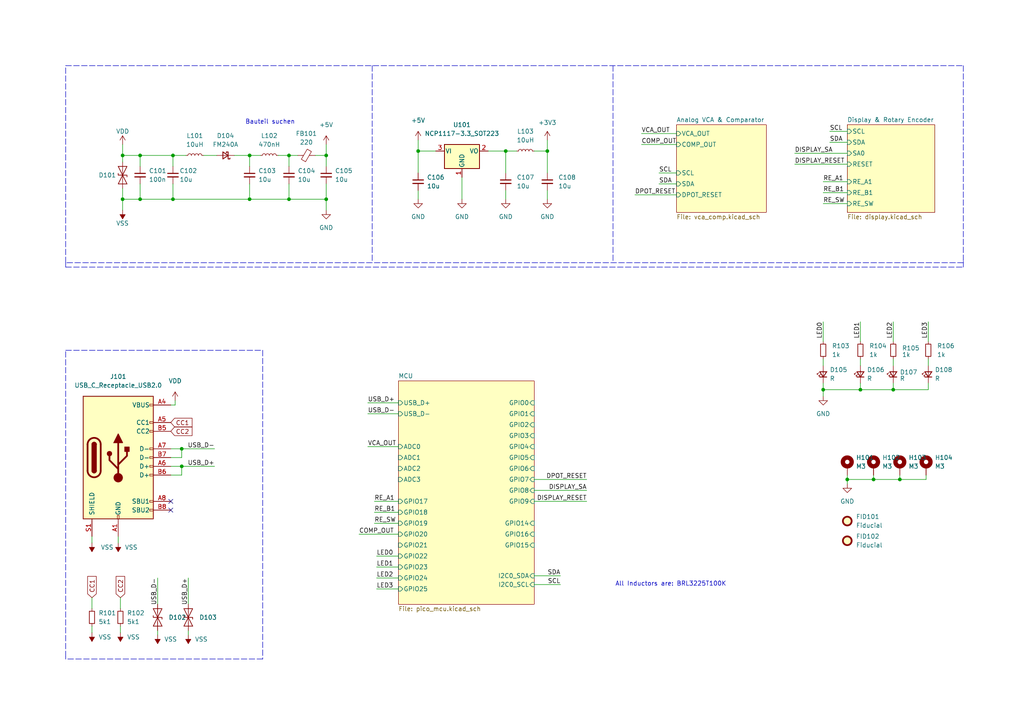
<source format=kicad_sch>
(kicad_sch (version 20211123) (generator eeschema)
  (paper "A4")
  (lib_symbols
    (symbol "Connector:USB_C_Receptacle_USB2.0" (pin_names (offset 1.016))
      (property "Reference" "J" (at -10.16 19.05 0))
      (property "Value" "USB_C_Receptacle_USB2.0" (at 19.05 19.05 0))
      (symbol "USB_C_Receptacle_USB2.0_0_0"
        (rectangle (start -0.254 -17.78) (end 0.254 -16.764))
        (rectangle (start 10.16 -14.986) (end 9.144 -15.494))
        (rectangle (start 10.16 -12.446) (end 9.144 -12.954))
        (rectangle (start 10.16 -4.826) (end 9.144 -5.334))
        (rectangle (start 10.16 -2.286) (end 9.144 -2.794))
        (rectangle (start 10.16 0.254) (end 9.144 -0.254))
        (rectangle (start 10.16 2.794) (end 9.144 2.286))
        (rectangle (start 10.16 7.874) (end 9.144 7.366))
        (rectangle (start 10.16 10.414) (end 9.144 9.906))
        (rectangle (start 10.16 15.494) (end 9.144 14.986))
      )
      (symbol "USB_C_Receptacle_USB2.0_0_1"
        (rectangle (start -10.16 17.78) (end 10.16 -17.78) (stroke (width 0.254)) (fill (type background)))
        (arc (start -8.89 -3.81) (mid -6.985 -5.715) (end -5.08 -3.81) (stroke (width 0.508)))
        (arc (start -7.62 -3.81) (mid -6.985 -4.445) (end -6.35 -3.81) (stroke (width 0.254)))
        (arc (start -7.62 -3.81) (mid -6.985 -4.445) (end -6.35 -3.81) (stroke (width 0.254)) (fill (type outline)))
        (rectangle (start -7.62 -3.81) (end -6.35 3.81) (stroke (width 0.254)) (fill (type outline)))
        (arc (start -6.35 3.81) (mid -6.985 4.445) (end -7.62 3.81) (stroke (width 0.254)))
        (arc (start -6.35 3.81) (mid -6.985 4.445) (end -7.62 3.81) (stroke (width 0.254)) (fill (type outline)))
        (arc (start -5.08 3.81) (mid -6.985 5.715) (end -8.89 3.81) (stroke (width 0.508)))
        (circle (center -2.54 1.143) (radius 0.635) (stroke (width 0.254)) (fill (type outline)))
        (circle (center 0 -5.842) (radius 1.27) (fill (type outline)))
        (polyline (pts (xy -8.89 -3.81) (xy -8.89 3.81)) (stroke (width 0.508)))
        (polyline (pts (xy -5.08 3.81) (xy -5.08 -3.81)) (stroke (width 0.508)))
        (polyline (pts (xy 0 -5.842) (xy 0 4.318)) (stroke (width 0.508)))
        (polyline (pts (xy 0 -3.302) (xy -2.54 -0.762) (xy -2.54 0.508)) (stroke (width 0.508)))
        (polyline (pts (xy 0 -2.032) (xy 2.54 0.508) (xy 2.54 1.778)) (stroke (width 0.508)))
        (polyline (pts (xy -1.27 4.318) (xy 0 6.858) (xy 1.27 4.318) (xy -1.27 4.318)) (stroke (width 0.254)) (fill (type outline)))
        (rectangle (start 1.905 1.778) (end 3.175 3.048) (stroke (width 0.254)) (fill (type outline)))
      )
      (symbol "USB_C_Receptacle_USB2.0_1_1"
        (pin passive line (at 0 -22.86 90) (length 5.08) (name "GND") (number "A1"))
        (pin passive line (at 0 -22.86 90) (length 5.08) hide (name "GND") (number "A12"))
        (pin passive line (at 15.24 15.24 180) (length 5.08) (name "VBUS") (number "A4"))
        (pin bidirectional line (at 15.24 10.16 180) (length 5.08) (name "CC1") (number "A5"))
        (pin bidirectional line (at 15.24 -2.54 180) (length 5.08) (name "D+") (number "A6"))
        (pin bidirectional line (at 15.24 2.54 180) (length 5.08) (name "D-") (number "A7"))
        (pin bidirectional line (at 15.24 -12.7 180) (length 5.08) (name "SBU1") (number "A8"))
        (pin passive line (at 15.24 15.24 180) (length 5.08) hide (name "VBUS") (number "A9"))
        (pin passive line (at 0 -22.86 90) (length 5.08) hide (name "GND") (number "B1"))
        (pin passive line (at 0 -22.86 90) (length 5.08) hide (name "GND") (number "B12"))
        (pin passive line (at 15.24 15.24 180) (length 5.08) hide (name "VBUS") (number "B4"))
        (pin bidirectional line (at 15.24 7.62 180) (length 5.08) (name "CC2") (number "B5"))
        (pin bidirectional line (at 15.24 -5.08 180) (length 5.08) (name "D+") (number "B6"))
        (pin bidirectional line (at 15.24 0 180) (length 5.08) (name "D-") (number "B7"))
        (pin bidirectional line (at 15.24 -15.24 180) (length 5.08) (name "SBU2") (number "B8"))
        (pin passive line (at 15.24 15.24 180) (length 5.08) hide (name "VBUS") (number "B9"))
        (pin passive line (at -7.62 -22.86 90) (length 5.08) (name "SHIELD") (number "S1"))
      )
    )
    (symbol "Device:C_Small" (pin_numbers hide) (pin_names (offset 0.254) hide)
      (property "Reference" "C" (at 0.254 1.778 0))
      (property "Value" "C_Small" (at 0.254 -2.032 0))
      (symbol "C_Small_0_1"
        (polyline (pts (xy -1.524 -0.508) (xy 1.524 -0.508)) (stroke (width 0.3302)))
        (polyline (pts (xy -1.524 0.508) (xy 1.524 0.508)) (stroke (width 0.3048)))
      )
      (symbol "C_Small_1_1"
        (pin passive line (at 0 2.54 270) (length 2.032) (name "~") (number "1"))
        (pin passive line (at 0 -2.54 90) (length 2.032) (name "~") (number "2"))
      )
    )
    (symbol "Device:D_Schottky_Small" (pin_numbers hide) (pin_names (offset 0.254) hide)
      (property "Reference" "D" (at -1.27 2.032 0))
      (property "Value" "D_Schottky_Small" (at -7.112 -2.032 0))
      (symbol "D_Schottky_Small_0_1"
        (polyline (pts (xy -0.762 0) (xy 0.762 0)))
        (polyline (pts (xy 0.762 -1.016) (xy -0.762 0) (xy 0.762 1.016) (xy 0.762 -1.016)) (stroke (width 0.254)))
        (polyline (pts (xy -1.27 0.762) (xy -1.27 1.016) (xy -0.762 1.016) (xy -0.762 -1.016) (xy -0.254 -1.016) (xy -0.254 -0.762)) (stroke (width 0.254)))
      )
      (symbol "D_Schottky_Small_1_1"
        (pin passive line (at -2.54 0 0) (length 1.778) (name "K") (number "1"))
        (pin passive line (at 2.54 0 180) (length 1.778) (name "A") (number "2"))
      )
    )
    (symbol "Device:FerriteBead_Small" (pin_numbers hide) (pin_names (offset 0))
      (property "Reference" "FB" (at 1.905 1.27 0))
      (property "Value" "FerriteBead_Small" (at 1.905 -1.27 0))
      (symbol "FerriteBead_Small_0_1"
        (polyline (pts (xy 0 -1.27) (xy 0 -0.7874)))
        (polyline (pts (xy 0 0.889) (xy 0 1.2954)))
        (polyline (pts (xy -1.8288 0.2794) (xy -1.1176 1.4986) (xy 1.8288 -0.2032) (xy 1.1176 -1.4224) (xy -1.8288 0.2794)))
      )
      (symbol "FerriteBead_Small_1_1"
        (pin passive line (at 0 2.54 270) (length 1.27) (name "~") (number "1"))
        (pin passive line (at 0 -2.54 90) (length 1.27) (name "~") (number "2"))
      )
    )
    (symbol "Device:LED_Small" (pin_numbers hide) (pin_names (offset 0.254) hide)
      (property "Reference" "D" (at -1.27 3.175 0))
      (property "Value" "LED_Small" (at -4.445 -2.54 0))
      (symbol "LED_Small_0_1"
        (polyline (pts (xy -0.762 -1.016) (xy -0.762 1.016)) (stroke (width 0.254)))
        (polyline (pts (xy 1.016 0) (xy -0.762 0)))
        (polyline (pts (xy 0.762 -1.016) (xy -0.762 0) (xy 0.762 1.016) (xy 0.762 -1.016)) (stroke (width 0.254)))
        (polyline (pts (xy 0 0.762) (xy -0.508 1.27) (xy -0.254 1.27) (xy -0.508 1.27) (xy -0.508 1.016)))
        (polyline (pts (xy 0.508 1.27) (xy 0 1.778) (xy 0.254 1.778) (xy 0 1.778) (xy 0 1.524)))
      )
      (symbol "LED_Small_1_1"
        (pin passive line (at -2.54 0 0) (length 1.778) (name "K") (number "1"))
        (pin passive line (at 2.54 0 180) (length 1.778) (name "A") (number "2"))
      )
    )
    (symbol "Device:L_Small" (pin_numbers hide) (pin_names (offset 0.254) hide)
      (property "Reference" "L" (at 0.762 1.016 0))
      (property "Value" "L_Small" (at 0.762 -1.016 0))
      (symbol "L_Small_0_1"
        (arc (start 0 -2.032) (mid 0.508 -1.524) (end 0 -1.016))
        (arc (start 0 -1.016) (mid 0.508 -0.508) (end 0 0))
        (arc (start 0 0) (mid 0.508 0.508) (end 0 1.016))
        (arc (start 0 1.016) (mid 0.508 1.524) (end 0 2.032))
      )
      (symbol "L_Small_1_1"
        (pin passive line (at 0 2.54 270) (length 0.508) (name "~") (number "1"))
        (pin passive line (at 0 -2.54 90) (length 0.508) (name "~") (number "2"))
      )
    )
    (symbol "Device:R_Small" (pin_numbers hide) (pin_names (offset 0.254) hide)
      (property "Reference" "R" (at 0.762 0.508 0))
      (property "Value" "R_Small" (at 0.762 -1.016 0))
      (symbol "R_Small_0_1"
        (rectangle (start -0.762 1.778) (end 0.762 -1.778) (stroke (width 0.2032)))
      )
      (symbol "R_Small_1_1"
        (pin passive line (at 0 2.54 270) (length 0.762) (name "~") (number "1"))
        (pin passive line (at 0 -2.54 90) (length 0.762) (name "~") (number "2"))
      )
    )
    (symbol "Diode:ESD9B5.0ST5G" (pin_numbers hide) (pin_names (offset 1.016) hide)
      (property "Reference" "D" (at 0 2.54 0))
      (property "Value" "ESD9B5.0ST5G" (at 0 -2.54 0))
      (symbol "ESD9B5.0ST5G_0_1"
        (polyline (pts (xy 1.27 0) (xy -1.27 0)))
        (polyline (pts (xy -2.54 -1.27) (xy 0 0) (xy -2.54 1.27) (xy -2.54 -1.27)) (stroke (width 0.2032)))
        (polyline (pts (xy 0.508 1.27) (xy 0 1.27) (xy 0 -1.27) (xy -0.508 -1.27)) (stroke (width 0.2032)))
        (polyline (pts (xy 2.54 1.27) (xy 2.54 -1.27) (xy 0 0) (xy 2.54 1.27)) (stroke (width 0.2032)))
      )
      (symbol "ESD9B5.0ST5G_1_1"
        (pin passive line (at -3.81 0 0) (length 2.54) (name "A1") (number "1"))
        (pin passive line (at 3.81 0 180) (length 2.54) (name "A2") (number "2"))
      )
    )
    (symbol "Mechanical:Fiducial"
      (property "Reference" "FID" (at 0 5.08 0))
      (property "Value" "Fiducial" (at 0 3.175 0))
      (symbol "Fiducial_0_1"
        (circle (center 0 0) (radius 1.27) (stroke (width 0.508)) (fill (type background)))
      )
    )
    (symbol "Mechanical:MountingHole_Pad" (pin_numbers hide) (pin_names (offset 1.016) hide)
      (property "Reference" "H" (at 0 6.35 0))
      (property "Value" "MountingHole_Pad" (at 0 4.445 0))
      (symbol "MountingHole_Pad_0_1"
        (circle (center 0 1.27) (radius 1.27) (stroke (width 1.27)))
      )
      (symbol "MountingHole_Pad_1_1"
        (pin input line (at 0 -2.54 90) (length 2.54) (name "1") (number "1"))
      )
    )
    (symbol "Regulator_Linear:NCP1117-3.3_SOT223" (pin_names (offset 0.254))
      (property "Reference" "U" (at -3.81 3.175 0))
      (property "Value" "NCP1117-3.3_SOT223" (at 0 3.175 0))
      (symbol "NCP1117-3.3_SOT223_0_1"
        (rectangle (start -5.08 -5.08) (end 5.08 1.905) (stroke (width 0.254)) (fill (type background)))
      )
      (symbol "NCP1117-3.3_SOT223_1_1"
        (pin power_in line (at 0 -7.62 90) (length 2.54) (name "GND") (number "1"))
        (pin power_out line (at 7.62 0 180) (length 2.54) (name "VO") (number "2"))
        (pin power_in line (at -7.62 0 0) (length 2.54) (name "VI") (number "3"))
      )
    )
    (symbol "power:+3V3" (power) (pin_names (offset 0))
      (property "Value" "+3V3" (at 0 3.556 0))
      (symbol "+3V3_0_1"
        (polyline (pts (xy -0.762 1.27) (xy 0 2.54)))
        (polyline (pts (xy 0 0) (xy 0 2.54)))
        (polyline (pts (xy 0 2.54) (xy 0.762 1.27)))
      )
      (symbol "+3V3_1_1"
        (pin power_in line (at 0 0 90) (length 0) hide (name "+3V3") (number "1"))
      )
    )
    (symbol "power:+5V" (power) (pin_names (offset 0))
      (property "Value" "+5V" (at 0 3.556 0))
      (symbol "+5V_0_1"
        (polyline (pts (xy -0.762 1.27) (xy 0 2.54)))
        (polyline (pts (xy 0 0) (xy 0 2.54)))
        (polyline (pts (xy 0 2.54) (xy 0.762 1.27)))
      )
      (symbol "+5V_1_1"
        (pin power_in line (at 0 0 90) (length 0) hide (name "+5V") (number "1"))
      )
    )
    (symbol "power:GND" (power) (pin_names (offset 0))
      (property "Value" "GND" (at 0 -3.81 0))
      (symbol "GND_0_1"
        (polyline (pts (xy 0 0) (xy 0 -1.27) (xy 1.27 -1.27) (xy 0 -2.54) (xy -1.27 -1.27) (xy 0 -1.27)))
      )
      (symbol "GND_1_1"
        (pin power_in line (at 0 0 270) (length 0) hide (name "GND") (number "1"))
      )
    )
    (symbol "power:VDD" (power) (pin_names (offset 0))
      (property "Value" "VDD" (at 0 3.81 0))
      (symbol "VDD_0_1"
        (polyline (pts (xy -0.762 1.27) (xy 0 2.54)))
        (polyline (pts (xy 0 0) (xy 0 2.54)))
        (polyline (pts (xy 0 2.54) (xy 0.762 1.27)))
      )
      (symbol "VDD_1_1"
        (pin power_in line (at 0 0 90) (length 0) hide (name "VDD") (number "1"))
      )
    )
    (symbol "power:VSS" (power) (pin_names (offset 0))
      (property "Value" "VSS" (at 0 3.81 0))
      (symbol "VSS_0_1"
        (polyline (pts (xy 0 0) (xy 0 2.54)))
        (polyline (pts (xy 0.762 1.27) (xy -0.762 1.27) (xy 0 2.54) (xy 0.762 1.27)) (fill (type outline)))
      )
      (symbol "VSS_1_1"
        (pin power_in line (at 0 0 90) (length 0) hide (name "VSS") (number "1"))
      )
    )
  )
  (junction (at 35.56 45.085))
  (junction (at 260.985 139.065))
  (junction (at 50.165 45.085))
  (junction (at 40.64 57.785))
  (junction (at 249.555 113.03))
  (junction (at 72.39 57.785))
  (junction (at 253.365 139.065))
  (junction (at 72.39 45.085))
  (junction (at 94.615 57.785))
  (junction (at 52.705 135.255))
  (junction (at 146.685 43.815))
  (junction (at 50.165 57.785))
  (junction (at 238.76 113.03))
  (junction (at 245.745 139.065))
  (junction (at 83.82 45.085))
  (junction (at 158.75 43.815))
  (junction (at 94.615 45.085))
  (junction (at 259.08 113.03))
  (junction (at 83.82 57.785))
  (junction (at 121.285 43.815))
  (junction (at 52.705 130.175))
  (junction (at 35.56 57.785))
  (junction (at 40.64 45.085))
  (no_connect (at 49.53 145.415))
  (no_connect (at 49.53 147.955))
  (wire (pts (xy 106.68 116.84) (xy 115.57 116.84)))
  (wire (pts (xy 238.76 113.03) (xy 238.76 114.935)))
  (wire (pts (xy 249.555 104.14) (xy 249.555 106.045)))
  (wire (pts (xy 238.76 111.125) (xy 238.76 113.03)))
  (polyline (pts (xy 279.4 19.05) (xy 279.4 76.2)))
  (wire (pts (xy 83.82 57.785) (xy 94.615 57.785)))
  (wire (pts (xy 245.745 137.795) (xy 245.745 139.065)))
  (polyline (pts (xy 76.2 101.6) (xy 76.2 191.135)))
  (wire (pts (xy 45.72 182.88) (xy 45.72 184.15)))
  (polyline (pts (xy 19.05 101.6) (xy 76.2 101.6)))
  (wire (pts (xy 72.39 57.785) (xy 83.82 57.785)))
  (wire (pts (xy 154.94 169.545) (xy 162.56 169.545)))
  (wire (pts (xy 115.57 167.64) (xy 109.22 167.64)))
  (polyline (pts (xy 107.95 19.05) (xy 107.95 76.2)))
  (wire (pts (xy 238.76 113.03) (xy 249.555 113.03)))
  (wire (pts (xy 268.605 137.795) (xy 268.605 139.065)))
  (wire (pts (xy 115.57 145.415) (xy 108.585 145.415)))
  (wire (pts (xy 121.285 50.165) (xy 121.285 43.815)))
  (wire (pts (xy 80.645 45.085) (xy 83.82 45.085)))
  (wire (pts (xy 91.44 45.085) (xy 94.615 45.085)))
  (wire (pts (xy 52.705 135.255) (xy 62.23 135.255)))
  (wire (pts (xy 238.76 93.345) (xy 238.76 99.06)))
  (wire (pts (xy 154.94 43.815) (xy 158.75 43.815)))
  (wire (pts (xy 269.24 93.345) (xy 269.24 99.06)))
  (wire (pts (xy 35.56 41.91) (xy 35.56 45.085)))
  (wire (pts (xy 50.165 53.34) (xy 50.165 57.785)))
  (wire (pts (xy 146.685 43.815) (xy 149.86 43.815)))
  (polyline (pts (xy 279.4 76.2) (xy 19.05 76.2)) (stroke (width 0) (type dash)))
  (wire (pts (xy 245.745 139.065) (xy 245.745 140.335)))
  (wire (pts (xy 49.53 135.255) (xy 52.705 135.255)))
  (wire (pts (xy 121.285 40.64) (xy 121.285 43.815)))
  (wire (pts (xy 158.75 40.64) (xy 158.75 43.815)))
  (wire (pts (xy 26.67 181.61) (xy 26.67 183.515)))
  (wire (pts (xy 35.56 57.785) (xy 35.56 60.96)))
  (wire (pts (xy 67.945 45.085) (xy 72.39 45.085)))
  (wire (pts (xy 158.75 55.245) (xy 158.75 57.785)))
  (wire (pts (xy 249.555 93.345) (xy 249.555 99.06)))
  (wire (pts (xy 83.82 45.085) (xy 83.82 48.26)))
  (wire (pts (xy 196.215 38.735) (xy 186.055 38.735)))
  (wire (pts (xy 49.53 132.715) (xy 52.705 132.715)))
  (wire (pts (xy 196.215 53.34) (xy 191.135 53.34)))
  (wire (pts (xy 146.685 55.245) (xy 146.685 57.785)))
  (wire (pts (xy 115.57 170.815) (xy 109.22 170.815)))
  (wire (pts (xy 52.705 130.175) (xy 49.53 130.175)))
  (wire (pts (xy 50.8 117.475) (xy 49.53 117.475)))
  (wire (pts (xy 40.64 53.34) (xy 40.64 57.785)))
  (wire (pts (xy 269.24 104.14) (xy 269.24 106.045)))
  (wire (pts (xy 94.615 45.085) (xy 94.615 48.26)))
  (wire (pts (xy 35.56 54.61) (xy 35.56 57.785)))
  (wire (pts (xy 249.555 111.125) (xy 249.555 113.03)))
  (wire (pts (xy 260.985 137.795) (xy 260.985 139.065)))
  (polyline (pts (xy 19.05 76.2) (xy 19.05 77.47)))
  (polyline (pts (xy 19.05 76.2) (xy 19.05 19.05)))
  (wire (pts (xy 50.165 57.785) (xy 72.39 57.785)))
  (wire (pts (xy 104.14 154.94) (xy 115.57 154.94)))
  (wire (pts (xy 54.61 167.64) (xy 54.61 175.26)))
  (wire (pts (xy 158.75 43.815) (xy 158.75 50.165)))
  (wire (pts (xy 94.615 57.785) (xy 94.615 60.96)))
  (wire (pts (xy 154.94 139.065) (xy 170.18 139.065)))
  (wire (pts (xy 253.365 137.795) (xy 253.365 139.065)))
  (wire (pts (xy 245.745 41.275) (xy 240.665 41.275)))
  (wire (pts (xy 259.08 104.14) (xy 259.08 106.045)))
  (polyline (pts (xy 177.8 19.05) (xy 177.8 76.2)))
  (wire (pts (xy 115.57 161.29) (xy 109.22 161.29)))
  (polyline (pts (xy 76.2 191.135) (xy 19.05 191.135)))
  (wire (pts (xy 52.705 137.795) (xy 49.53 137.795)))
  (wire (pts (xy 50.165 48.26) (xy 50.165 45.085)))
  (wire (pts (xy 35.56 45.085) (xy 35.56 46.99)))
  (wire (pts (xy 115.57 164.465) (xy 109.22 164.465)))
  (wire (pts (xy 34.925 181.61) (xy 34.925 183.515)))
  (wire (pts (xy 230.505 47.625) (xy 245.745 47.625)))
  (wire (pts (xy 45.72 167.64) (xy 45.72 175.26)))
  (wire (pts (xy 238.76 104.14) (xy 238.76 106.045)))
  (wire (pts (xy 62.23 130.175) (xy 52.705 130.175)))
  (wire (pts (xy 115.57 129.54) (xy 106.68 129.54)))
  (wire (pts (xy 154.94 167.005) (xy 162.56 167.005)))
  (polyline (pts (xy 19.05 190.5) (xy 19.05 101.6)))
  (wire (pts (xy 54.61 182.88) (xy 54.61 184.15)))
  (wire (pts (xy 50.165 45.085) (xy 53.975 45.085)))
  (polyline (pts (xy 19.05 19.05) (xy 279.4 19.05)))
  (wire (pts (xy 184.15 56.515) (xy 196.215 56.515)))
  (wire (pts (xy 146.685 50.165) (xy 146.685 43.815)))
  (wire (pts (xy 170.18 142.24) (xy 154.94 142.24)))
  (wire (pts (xy 260.985 139.065) (xy 253.365 139.065)))
  (wire (pts (xy 259.08 93.345) (xy 259.08 99.06)))
  (wire (pts (xy 72.39 45.085) (xy 72.39 48.26)))
  (wire (pts (xy 259.08 113.03) (xy 269.24 113.03)))
  (wire (pts (xy 83.82 45.085) (xy 86.36 45.085)))
  (wire (pts (xy 186.055 41.91) (xy 196.215 41.91)))
  (wire (pts (xy 245.745 52.705) (xy 238.76 52.705)))
  (wire (pts (xy 40.64 45.085) (xy 50.165 45.085)))
  (wire (pts (xy 196.215 50.165) (xy 191.135 50.165)))
  (wire (pts (xy 50.165 57.785) (xy 40.64 57.785)))
  (wire (pts (xy 26.67 173.355) (xy 26.67 176.53)))
  (wire (pts (xy 121.285 43.815) (xy 126.365 43.815)))
  (wire (pts (xy 52.705 135.255) (xy 52.705 137.795)))
  (wire (pts (xy 50.8 116.205) (xy 50.8 117.475)))
  (wire (pts (xy 249.555 113.03) (xy 259.08 113.03)))
  (wire (pts (xy 245.745 55.88) (xy 238.76 55.88)))
  (wire (pts (xy 94.615 45.085) (xy 94.615 41.91)))
  (polyline (pts (xy 19.05 77.47) (xy 279.4 77.47)))
  (wire (pts (xy 269.24 111.125) (xy 269.24 113.03)))
  (wire (pts (xy 52.705 130.175) (xy 52.705 132.715)))
  (wire (pts (xy 259.08 111.125) (xy 259.08 113.03)))
  (wire (pts (xy 34.925 173.355) (xy 34.925 176.53)))
  (wire (pts (xy 34.29 155.575) (xy 34.29 157.48)))
  (polyline (pts (xy 19.05 191.135) (xy 19.05 190.5)))
  (wire (pts (xy 35.56 45.085) (xy 40.64 45.085)))
  (wire (pts (xy 106.68 120.015) (xy 115.57 120.015)))
  (wire (pts (xy 72.39 45.085) (xy 75.565 45.085)))
  (wire (pts (xy 72.39 53.34) (xy 72.39 57.785)))
  (wire (pts (xy 245.745 59.055) (xy 238.76 59.055)))
  (wire (pts (xy 94.615 53.34) (xy 94.615 57.785)))
  (polyline (pts (xy 279.4 77.47) (xy 279.4 75.565)))
  (wire (pts (xy 40.64 45.085) (xy 40.64 48.26)))
  (wire (pts (xy 115.57 148.59) (xy 108.585 148.59)))
  (wire (pts (xy 26.67 155.575) (xy 26.67 157.48)))
  (wire (pts (xy 253.365 139.065) (xy 245.745 139.065)))
  (wire (pts (xy 170.18 145.415) (xy 154.94 145.415)))
  (wire (pts (xy 115.57 151.765) (xy 108.585 151.765)))
  (wire (pts (xy 133.985 51.435) (xy 133.985 57.785)))
  (wire (pts (xy 268.605 139.065) (xy 260.985 139.065)))
  (wire (pts (xy 230.505 44.45) (xy 245.745 44.45)))
  (wire (pts (xy 35.56 57.785) (xy 40.64 57.785)))
  (wire (pts (xy 59.055 45.085) (xy 62.865 45.085)))
  (wire (pts (xy 245.745 38.1) (xy 240.665 38.1)))
  (wire (pts (xy 83.82 53.34) (xy 83.82 57.785)))
  (wire (pts (xy 121.285 55.245) (xy 121.285 57.785)))
  (wire (pts (xy 146.685 43.815) (xy 141.605 43.815)))
  (text "Bauteil suchen\n" (at 71.12 36.195 0) (effects (font (size 1.27 1.27)) (justify left bottom)))
  (text "All Inductors are: BRL3225T100K\n" (at 178.435 170.18 0) (effects (font (size 1.27 1.27)) (justify left bottom)))
  (label "COMP_OUT" (at 104.14 154.94 0))
  (label "LED0" (at 109.22 161.29 0))
  (label "SCL" (at 191.135 50.165 0))
  (label "SCL" (at 240.665 38.1 0))
  (label "DPOT_RESET" (at 170.18 139.065 180))
  (label "SDA" (at 240.665 41.275 0))
  (label "COMP_OUT" (at 186.055 41.91 0))
  (label "RE_A1" (at 108.585 145.415 0))
  (label "RE_B1" (at 108.585 148.59 0))
  (label "USB_D+" (at 106.68 116.84 0))
  (label "RE_SW" (at 108.585 151.765 0))
  (label "RE_SW" (at 238.76 59.055 0))
  (label "VCA_OUT" (at 186.055 38.735 0))
  (label "LED1" (at 109.22 164.465 0))
  (label "LED0" (at 238.76 93.345 270))
  (label "SDA" (at 191.135 53.34 0))
  (label "LED2" (at 109.22 167.64 0))
  (label "USB_D-" (at 45.72 167.64 270))
  (label "DISPLAY_RESET" (at 230.505 47.625 0))
  (label "USB_D-" (at 62.23 130.175 180))
  (label "LED1" (at 249.555 93.345 270))
  (label "RE_B1" (at 238.76 55.88 0))
  (label "DPOT_RESET" (at 184.15 56.515 0))
  (label "USB_D-" (at 106.68 120.015 0))
  (label "DISPLAY_SA" (at 230.505 44.45 0))
  (label "SCL" (at 162.56 169.545 180))
  (label "DISPLAY_SA" (at 170.18 142.24 180))
  (label "USB_D+" (at 54.61 167.64 270))
  (label "VCA_OUT" (at 106.68 129.54 0))
  (label "USB_D+" (at 62.23 135.255 180))
  (label "LED2" (at 259.08 93.345 270))
  (label "DISPLAY_RESET" (at 170.18 145.415 180))
  (label "SDA" (at 162.56 167.005 180))
  (label "RE_A1" (at 238.76 52.705 0))
  (label "LED3" (at 109.22 170.815 0))
  (label "LED3" (at 269.24 93.345 270))
  (global_label "CC2" (shape input) (at 49.53 125.095 0) (property "Intersheet References" "${INTERSHEET_REFS}" (effects hide)))
  (global_label "CC1" (shape input) (at 49.53 122.555 0) (property "Intersheet References" "${INTERSHEET_REFS}" (effects hide)))
  (global_label "CC2" (shape input) (at 34.925 173.355 90) (property "Intersheet References" "${INTERSHEET_REFS}" (effects hide)))
  (global_label "CC1" (shape input) (at 26.67 173.355 90) (property "Intersheet References" "${INTERSHEET_REFS}" (effects hide)))
  (symbol (lib_id "Regulator_Linear:NCP1117-3.3_SOT223") (at 133.985 43.815 0) (unit 1)
    (property "Reference" "U101" (at 133.985 36.195 0))
    (property "Value" "NCP1117-3.3_SOT223" (at 133.985 38.735 0))
    (property "Footprint" "Package_TO_SOT_SMD:SOT-223-3_TabPin2" (effects hide))
    (property "Datasheet" "http://www.onsemi.com/pub_link/Collateral/NCP1117-D.PDF" (effects hide))
  )
  (symbol (lib_id "Device:C_Small") (at 83.82 50.8 0) (unit 1)
    (property "Reference" "C104" (at 86.36 49.5362 0) (effects (justify left)))
    (property "Value" "10u" (at 86.36 52.0762 0) (effects (justify left)))
    (property "Footprint" "Capacitor_SMD:C_0805_2012Metric" (effects hide))
  )
  (symbol (lib_id "power:GND") (at 133.985 57.785 0) (unit 1)
    (property "Reference" "#PWR0114" (effects hide))
    (property "Value" "GND" (at 133.985 62.865 0))
  )
  (symbol (lib_id "Mechanical:MountingHole_Pad") (at 260.985 135.255 0) (unit 1)
    (property "Reference" "H103" (at 263.525 132.7149 0) (effects (justify left)))
    (property "Value" "M3" (at 263.525 135.2549 0) (effects (justify left)))
    (property "Footprint" "MountingHole:MountingHole_3.2mm_M3_DIN965_Pad" (effects hide))
  )
  (symbol (lib_id "Device:R_Small") (at 259.08 101.6 0) (unit 1)
    (property "Reference" "R105" (at 261.62 100.965 0) (effects (justify left)))
    (property "Value" "1k" (at 261.62 102.8699 0) (effects (justify left)))
    (property "Footprint" "Resistor_SMD:R_0603_1608Metric" (effects hide))
  )
  (symbol (lib_id "Device:C_Small") (at 158.75 52.705 0) (unit 1)
    (property "Reference" "C108" (at 161.925 51.4412 0) (effects (justify left)))
    (property "Value" "10u" (at 161.925 53.9812 0) (effects (justify left)))
    (property "Footprint" "Capacitor_SMD:C_0805_2012Metric" (effects hide))
  )
  (symbol (lib_id "Connector:USB_C_Receptacle_USB2.0") (at 34.29 132.715 0) (unit 1)
    (property "Reference" "J101" (at 34.29 109.22 0))
    (property "Value" "USB_C_Receptacle_USB2.0" (at 34.29 111.76 0))
    (property "Footprint" "Footprints:GCT_USB4105-GF-A" (effects hide))
    (property "Datasheet" "https://www.usb.org/sites/default/files/documents/usb_type-c.zip" (effects hide))
  )
  (symbol (lib_id "Device:LED_Small") (at 238.76 108.585 90) (unit 1)
    (property "Reference" "D105" (at 240.665 107.2514 90) (effects (justify right)))
    (property "Value" "R" (at 240.665 109.7914 90) (effects (justify right)))
    (property "Footprint" "LED_SMD:LED_0603_1608Metric" (effects hide))
  )
  (symbol (lib_id "Device:C_Small") (at 40.64 50.8 0) (unit 1)
    (property "Reference" "C101" (at 43.18 49.5362 0) (effects (justify left)))
    (property "Value" "100n" (at 43.18 52.0762 0) (effects (justify left)))
    (property "Footprint" "Capacitor_SMD:C_0603_1608Metric" (effects hide))
  )
  (symbol (lib_id "Device:LED_Small") (at 269.24 108.585 90) (unit 1)
    (property "Reference" "D108" (at 271.145 107.2514 90) (effects (justify right)))
    (property "Value" "R" (at 271.145 109.7914 90) (effects (justify right)))
    (property "Footprint" "LED_SMD:LED_0603_1608Metric" (effects hide))
  )
  (symbol (lib_id "Device:L_Small") (at 56.515 45.085 90) (unit 1)
    (property "Reference" "L101" (at 56.515 39.37 90))
    (property "Value" "10uH" (at 56.515 41.91 90))
    (property "Footprint" "Inductor_SMD:L_1210_3225Metric" (effects hide))
  )
  (symbol (lib_id "power:VSS") (at 45.72 184.15 180) (unit 1)
    (property "Reference" "#PWR0109" (effects hide))
    (property "Value" "VSS" (at 47.625 185.4199 0) (effects (justify right)))
  )
  (symbol (lib_id "power:GND") (at 146.685 57.785 0) (unit 1)
    (property "Reference" "#PWR0115" (effects hide))
    (property "Value" "GND" (at 146.685 62.865 0))
  )
  (symbol (lib_id "Device:C_Small") (at 50.165 50.8 0) (unit 1)
    (property "Reference" "C102" (at 52.07 49.53 0) (effects (justify left)))
    (property "Value" "10u" (at 52.07 52.07 0) (effects (justify left)))
    (property "Footprint" "Capacitor_SMD:C_0805_2012Metric" (effects hide))
  )
  (symbol (lib_id "Device:C_Small") (at 146.685 52.705 0) (unit 1)
    (property "Reference" "C107" (at 149.86 51.4412 0) (effects (justify left)))
    (property "Value" "10u" (at 149.86 53.9812 0) (effects (justify left)))
    (property "Footprint" "Capacitor_SMD:C_0805_2012Metric" (effects hide))
  )
  (symbol (lib_id "Mechanical:Fiducial") (at 245.745 151.13 0) (unit 1)
    (property "Reference" "FID101" (at 248.285 149.8599 0) (effects (justify left)))
    (property "Value" "Fiducial" (at 248.285 152.3999 0) (effects (justify left)))
    (property "Footprint" "Fiducial:Fiducial_1mm_Mask2mm" (effects hide))
  )
  (symbol (lib_id "Mechanical:MountingHole_Pad") (at 253.365 135.255 0) (unit 1)
    (property "Reference" "H102" (at 255.905 132.7149 0) (effects (justify left)))
    (property "Value" "M3" (at 255.905 135.2549 0) (effects (justify left)))
    (property "Footprint" "MountingHole:MountingHole_3.2mm_M3_DIN965_Pad" (effects hide))
  )
  (symbol (lib_id "Device:L_Small") (at 78.105 45.085 90) (unit 1)
    (property "Reference" "L102" (at 78.105 39.37 90))
    (property "Value" "470nH" (at 78.105 41.91 90))
    (property "Footprint" "Inductor_SMD:L_0805_2012Metric" (effects hide))
  )
  (symbol (lib_id "Device:C_Small") (at 94.615 50.8 0) (unit 1)
    (property "Reference" "C105" (at 97.155 49.5362 0) (effects (justify left)))
    (property "Value" "10u" (at 97.155 52.0762 0) (effects (justify left)))
    (property "Footprint" "Capacitor_SMD:C_0805_2012Metric" (effects hide))
  )
  (symbol (lib_id "power:+3V3") (at 158.75 40.64 0) (unit 1)
    (property "Reference" "#PWR0116" (effects hide))
    (property "Value" "+3V3" (at 158.75 35.56 0))
  )
  (symbol (lib_id "Device:R_Small") (at 269.24 101.6 0) (unit 1)
    (property "Reference" "R106" (at 271.78 100.3299 0) (effects (justify left)))
    (property "Value" "1k" (at 271.78 102.8699 0) (effects (justify left)))
    (property "Footprint" "Resistor_SMD:R_0603_1608Metric" (effects hide))
  )
  (symbol (lib_id "power:VSS") (at 34.29 157.48 180) (unit 1)
    (property "Reference" "#PWR0103" (effects hide))
    (property "Value" "VSS" (at 36.195 158.7499 0) (effects (justify right)))
  )
  (symbol (lib_id "power:GND") (at 121.285 57.785 0) (unit 1)
    (property "Reference" "#PWR0113" (effects hide))
    (property "Value" "GND" (at 121.285 62.865 0))
  )
  (symbol (lib_id "power:VDD") (at 50.8 116.205 0) (unit 1)
    (property "Reference" "#PWR0108" (effects hide))
    (property "Value" "VDD" (at 50.8 110.49 0))
  )
  (symbol (lib_id "Diode:ESD9B5.0ST5G") (at 45.72 179.07 270) (unit 1)
    (property "Reference" "D102" (at 48.895 179.0699 90) (effects (justify left)))
    (property "Value" "ESD9B5.0ST5G" (effects hide))
    (property "Footprint" "Footprints:AQ433701ETG" (effects hide))
    (property "Datasheet" "https://www.onsemi.com/pub/Collateral/ESD9B-D.PDF" (effects hide))
  )
  (symbol (lib_id "Mechanical:MountingHole_Pad") (at 268.605 135.255 0) (unit 1)
    (property "Reference" "H104" (at 271.145 132.7149 0) (effects (justify left)))
    (property "Value" "M3" (at 271.145 135.2549 0) (effects (justify left)))
    (property "Footprint" "MountingHole:MountingHole_3.2mm_M3_DIN965_Pad" (effects hide))
  )
  (symbol (lib_id "Device:LED_Small") (at 249.555 108.585 90) (unit 1)
    (property "Reference" "D106" (at 251.46 107.2514 90) (effects (justify right)))
    (property "Value" "R" (at 251.46 109.7914 90) (effects (justify right)))
    (property "Footprint" "LED_SMD:LED_0603_1608Metric" (effects hide))
  )
  (symbol (lib_id "Device:D_Schottky_Small") (at 65.405 45.085 180) (unit 1)
    (property "Reference" "D104" (at 65.405 39.37 0))
    (property "Value" "FM240A" (at 65.405 41.91 0))
    (property "Footprint" "Diode_SMD:D_SOD-123F" (effects hide))
  )
  (symbol (lib_id "power:VDD") (at 35.56 41.91 0) (unit 1)
    (property "Reference" "#PWR0105" (effects hide))
    (property "Value" "VDD" (at 35.56 38.1 0))
  )
  (symbol (lib_id "power:GND") (at 158.75 57.785 0) (unit 1)
    (property "Reference" "#PWR0117" (effects hide))
    (property "Value" "GND" (at 158.75 62.865 0))
  )
  (symbol (lib_id "power:VSS") (at 35.56 60.96 180) (unit 1)
    (property "Reference" "#PWR0106" (effects hide))
    (property "Value" "VSS" (at 33.655 64.77 0) (effects (justify right)))
  )
  (symbol (lib_id "power:VSS") (at 26.67 157.48 180) (unit 1)
    (property "Reference" "#PWR0101" (effects hide))
    (property "Value" "VSS" (at 29.21 158.7499 0) (effects (justify right)))
  )
  (symbol (lib_id "power:+5V") (at 121.285 40.64 0) (unit 1)
    (property "Reference" "#PWR0112" (effects hide))
    (property "Value" "+5V" (at 121.285 34.925 0))
  )
  (symbol (lib_id "Device:L_Small") (at 152.4 43.815 90) (unit 1)
    (property "Reference" "L103" (at 152.4 38.1 90))
    (property "Value" "10uH" (at 152.4 40.64 90))
    (property "Footprint" "Inductor_SMD:L_1210_3225Metric" (effects hide))
  )
  (symbol (lib_id "Device:R_Small") (at 249.555 101.6 180) (unit 1)
    (property "Reference" "R104" (at 252.095 100.3299 0) (effects (justify right)))
    (property "Value" "1k" (at 252.095 102.8699 0) (effects (justify right)))
    (property "Footprint" "Resistor_SMD:R_0603_1608Metric" (effects hide))
  )
  (symbol (lib_id "Mechanical:MountingHole_Pad") (at 245.745 135.255 0) (unit 1)
    (property "Reference" "H101" (at 248.285 132.7149 0) (effects (justify left)))
    (property "Value" "M3" (at 248.285 135.2549 0) (effects (justify left)))
    (property "Footprint" "MountingHole:MountingHole_3.2mm_M3_DIN965_Pad" (effects hide))
  )
  (symbol (lib_id "power:VSS") (at 34.925 183.515 180) (unit 1)
    (property "Reference" "#PWR0104" (effects hide))
    (property "Value" "VSS" (at 36.83 184.7849 0) (effects (justify right)))
  )
  (symbol (lib_id "power:GND") (at 238.76 114.935 0) (unit 1)
    (property "Reference" "#PWR0118" (effects hide))
    (property "Value" "GND" (at 238.76 120.015 0))
  )
  (symbol (lib_id "Device:R_Small") (at 34.925 179.07 180) (unit 1)
    (property "Reference" "R102" (at 36.83 177.7999 0) (effects (justify right)))
    (property "Value" "5k1" (at 36.83 180.3399 0) (effects (justify right)))
    (property "Footprint" "Resistor_SMD:R_0603_1608Metric" (effects hide))
  )
  (symbol (lib_id "power:+5V") (at 94.615 41.91 0) (unit 1)
    (property "Reference" "#PWR0110" (effects hide))
    (property "Value" "+5V" (at 94.615 36.195 0))
  )
  (symbol (lib_id "Mechanical:Fiducial") (at 245.745 156.845 0) (unit 1)
    (property "Reference" "FID102" (at 248.285 155.575 0) (effects (justify left)))
    (property "Value" "Fiducial" (at 248.285 158.115 0) (effects (justify left)))
    (property "Footprint" "Fiducial:Fiducial_1mm_Mask2mm" (effects hide))
  )
  (symbol (lib_id "Device:R_Small") (at 238.76 101.6 0) (unit 1)
    (property "Reference" "R103" (at 241.3 100.3299 0) (effects (justify left)))
    (property "Value" "1k" (at 241.3 102.8699 0) (effects (justify left)))
    (property "Footprint" "Resistor_SMD:R_0603_1608Metric" (effects hide))
  )
  (symbol (lib_id "Device:LED_Small") (at 259.08 108.585 90) (unit 1)
    (property "Reference" "D107" (at 260.985 107.95 90) (effects (justify right)))
    (property "Value" "R" (at 260.985 109.7914 90) (effects (justify right)))
    (property "Footprint" "LED_SMD:LED_0603_1608Metric" (effects hide))
  )
  (symbol (lib_id "Diode:ESD9B5.0ST5G") (at 54.61 179.07 270) (unit 1)
    (property "Reference" "D103" (at 57.785 179.0699 90) (effects (justify left)))
    (property "Value" "ESD9B5.0ST5G" (effects hide))
    (property "Footprint" "Footprints:AQ433701ETG" (effects hide))
    (property "Datasheet" "https://www.onsemi.com/pub/Collateral/ESD9B-D.PDF" (effects hide))
  )
  (symbol (lib_id "Device:FerriteBead_Small") (at 88.9 45.085 90) (unit 1)
    (property "Reference" "FB101" (at 88.8619 38.735 90))
    (property "Value" "220" (at 88.8619 41.275 90))
    (property "Footprint" "Inductor_SMD:L_0402_1005Metric" (effects hide))
  )
  (symbol (lib_id "power:GND") (at 245.745 140.335 0) (unit 1)
    (property "Reference" "#PWR0119" (effects hide))
    (property "Value" "GND" (at 245.745 145.415 0))
  )
  (symbol (lib_id "Device:C_Small") (at 72.39 50.8 0) (unit 1)
    (property "Reference" "C103" (at 74.93 49.5362 0) (effects (justify left)))
    (property "Value" "10u" (at 74.93 52.0762 0) (effects (justify left)))
    (property "Footprint" "Capacitor_SMD:C_0805_2012Metric" (effects hide))
  )
  (symbol (lib_id "Device:R_Small") (at 26.67 179.07 0) (unit 1)
    (property "Reference" "R101" (at 28.575 177.7999 0) (effects (justify left)))
    (property "Value" "5k1" (at 28.575 180.3399 0) (effects (justify left)))
    (property "Footprint" "Resistor_SMD:R_0603_1608Metric" (effects hide))
  )
  (symbol (lib_id "power:VSS") (at 54.61 184.15 180) (unit 1)
    (property "Reference" "#PWR0107" (effects hide))
    (property "Value" "VSS" (at 56.515 185.4199 0) (effects (justify right)))
  )
  (symbol (lib_id "power:GND") (at 94.615 60.96 0) (unit 1)
    (property "Reference" "#PWR0111" (effects hide))
    (property "Value" "GND" (at 94.615 66.04 0))
  )
  (symbol (lib_id "Device:C_Small") (at 121.285 52.705 0) (unit 1)
    (property "Reference" "C106" (at 123.825 51.4412 0) (effects (justify left)))
    (property "Value" "10u" (at 123.825 53.9812 0) (effects (justify left)))
    (property "Footprint" "Capacitor_SMD:C_0805_2012Metric" (effects hide))
  )
  (symbol (lib_id "Diode:ESD9B5.0ST5G") (at 35.56 50.8 90) (unit 1)
    (property "Reference" "D101" (at 28.575 50.8 90) (effects (justify right)))
    (property "Value" "ESD9B5.0ST5G" (effects hide))
    (property "Footprint" "Diode_SMD:D_SOD-123F" (effects hide))
    (property "Datasheet" "https://www.onsemi.com/pub/Collateral/ESD9B-D.PDF" (effects hide))
  )
  (symbol (lib_id "power:VSS") (at 26.67 183.515 180) (unit 1)
    (property "Reference" "#PWR0102" (effects hide))
    (property "Value" "VSS" (at 28.575 184.7849 0) (effects (justify right)))
  )
  (sheet (at 245.745 36.195) (size 25.4 25.4) (stroke (width 0.1524)) (fill (color 255 255 194 1.0000))
    (property "Sheet name" "Display & Rotary Encoder" (at 245.745 35.4834 0) (effects (justify left bottom)))
    (property "Sheet file" "display.kicad_sch" (at 245.745 62.1796 0) (effects (justify left top)))
    (pin "SDA" input (at 245.745 41.275 180))
    (pin "SCL" input (at 245.745 38.1 180))
    (pin "RESET" input (at 245.745 47.625 180))
    (pin "RE_SW" input (at 245.745 59.055 180))
    (pin "RE_A1" input (at 245.745 52.705 180))
    (pin "RE_B1" input (at 245.745 55.88 180))
    (pin "SA0" input (at 245.745 44.45 180))
  )
  (sheet (at 115.57 110.49) (size 39.37 64.77) (stroke (width 0.1524)) (fill (color 255 255 194 1.0000))
    (property "Sheet name" "MCU" (at 115.57 109.7784 0) (effects (justify left bottom)))
    (property "Sheet file" "pico_mcu.kicad_sch" (at 115.57 175.8446 0) (effects (justify left top)))
    (pin "USB_D-" input (at 115.57 120.015 180))
    (pin "USB_D+" input (at 115.57 116.84 180))
    (pin "GPIO25" input (at 115.57 170.815 180))
    (pin "GPIO22" input (at 115.57 161.29 180))
    (pin "GPIO24" input (at 115.57 167.64 180))
    (pin "GPIO23" input (at 115.57 164.465 180))
    (pin "GPIO21" input (at 115.57 158.115 180))
    (pin "GPIO20" input (at 115.57 154.94 180))
    (pin "GPIO15" input (at 154.94 158.115 0))
    (pin "GPIO14" input (at 154.94 151.765 0))
    (pin "GPIO16" input (at 154.94 154.94 0))
    (pin "GPIO18" input (at 115.57 148.59 180))
    (pin "GPIO19" input (at 115.57 151.765 180))
    (pin "GPIO17" input (at 115.57 145.415 180))
    (pin "ADC1" input (at 115.57 132.715 180))
    (pin "ADC3" input (at 115.57 139.065 180))
    (pin "ADC2" input (at 115.57 135.89 180))
    (pin "ADC0" input (at 115.57 129.54 180))
    (pin "GPIO7" input (at 154.94 139.065 0))
    (pin "GPIO5" input (at 154.94 132.715 0))
    (pin "GPIO6" input (at 154.94 135.89 0))
    (pin "GPIO0" input (at 154.94 116.84 0))
    (pin "GPIO1" input (at 154.94 120.015 0))
    (pin "GPIO2" input (at 154.94 123.19 0))
    (pin "GPIO3" input (at 154.94 126.365 0))
    (pin "GPIO4" input (at 154.94 129.54 0))
    (pin "GPIO9" input (at 154.94 145.415 0))
    (pin "GPIO8" input (at 154.94 142.24 0))
    (pin "I2C0_SCL" input (at 154.94 169.545 0))
    (pin "I2C0_SDA" input (at 154.94 167.005 0))
  )
  (sheet (at 196.215 36.195) (size 26.035 25.4) (stroke (width 0.1524)) (fill (color 255 255 194 1.0000))
    (property "Sheet name" "Analog VCA & Comparator" (at 196.215 35.4834 0) (effects (justify left bottom)))
    (property "Sheet file" "vca_comp.kicad_sch" (at 196.215 62.1796 0) (effects (justify left top)))
    (pin "VCA_OUT" input (at 196.215 38.735 180))
    (pin "SCL" input (at 196.215 50.165 180))
    (pin "DPOT_RESET" input (at 196.215 56.515 180))
    (pin "COMP_OUT" input (at 196.215 41.91 180))
    (pin "SDA" input (at 196.215 53.34 180))
  )
)
</source>
